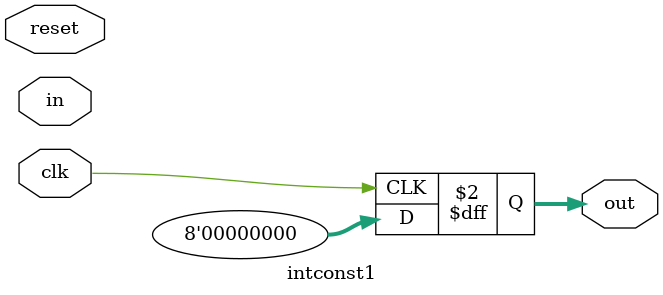
<source format=v>
module intconst1
  (input wire       reset,
   input wire       clk,
   input wire [7:0] in,
   output reg [7:0] out);

   always @(posedge clk) out <= 8'b0000_0000;

endmodule

</source>
